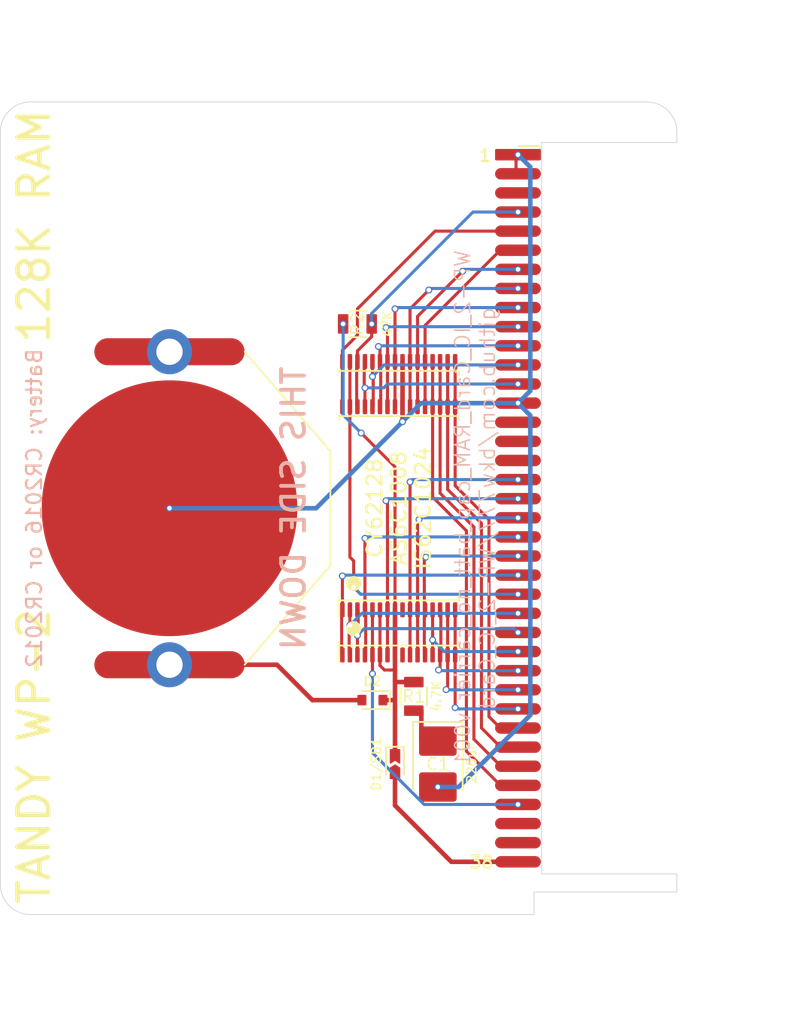
<source format=kicad_pcb>
(kicad_pcb (version 20171130) (host pcbnew 5.1.7-a382d34a8~87~ubuntu20.04.1)

  (general
    (thickness 0.8)
    (drawings 40)
    (tracks 239)
    (zones 0)
    (modules 11)
    (nets 36)
  )

  (page USLetter)
  (title_block
    (title "WP-2 128K RAM IC-Card")
    (date 2020-09-26)
    (company "Brian K. White - b.kenyon.w@gmail.com")
  )

  (layers
    (0 F.Cu signal)
    (31 B.Cu signal)
    (33 F.Adhes user)
    (35 F.Paste user)
    (36 B.SilkS user)
    (37 F.SilkS user)
    (38 B.Mask user)
    (39 F.Mask user)
    (40 Dwgs.User user)
    (41 Cmts.User user hide)
    (42 Eco1.User user hide)
    (43 Eco2.User user hide)
    (44 Edge.Cuts user)
    (45 Margin user hide)
    (46 B.CrtYd user hide)
    (47 F.CrtYd user hide)
    (49 F.Fab user hide)
  )

  (setup
    (last_trace_width 0.18)
    (user_trace_width 0.16)
    (user_trace_width 0.3)
    (trace_clearance 0.1524)
    (zone_clearance 0.508)
    (zone_45_only no)
    (trace_min 0.1524)
    (via_size 0.46)
    (via_drill 0.3)
    (via_min_size 0.46)
    (via_min_drill 0.3)
    (uvia_size 0.46)
    (uvia_drill 0.3)
    (uvias_allowed no)
    (uvia_min_size 0.46)
    (uvia_min_drill 0.3)
    (edge_width 0.05)
    (segment_width 0.2)
    (pcb_text_width 0.3)
    (pcb_text_size 1.5 1.5)
    (mod_edge_width 0.12)
    (mod_text_size 1 1)
    (mod_text_width 0.15)
    (pad_size 0.3 1)
    (pad_drill 0)
    (pad_to_mask_clearance 0)
    (solder_mask_min_width 0.22)
    (aux_axis_origin 0 0)
    (grid_origin 158.75 99.695)
    (visible_elements FFFFFF7F)
    (pcbplotparams
      (layerselection 0x010f0_ffffffff)
      (usegerberextensions false)
      (usegerberattributes true)
      (usegerberadvancedattributes true)
      (creategerberjobfile true)
      (excludeedgelayer true)
      (linewidth 0.100000)
      (plotframeref false)
      (viasonmask false)
      (mode 1)
      (useauxorigin false)
      (hpglpennumber 1)
      (hpglpenspeed 20)
      (hpglpendiameter 15.000000)
      (psnegative false)
      (psa4output false)
      (plotreference true)
      (plotvalue true)
      (plotinvisibletext false)
      (padsonsilk false)
      (subtractmaskfromsilk false)
      (outputformat 1)
      (mirror false)
      (drillshape 0)
      (scaleselection 1)
      (outputdirectory "GERBER_WP-2_IC_Card_RAM_cap_batt_no_carrier"))
  )

  (net 0 "")
  (net 1 GND)
  (net 2 /CE2)
  (net 3 /~CE1)
  (net 4 /~OE)
  (net 5 /D0)
  (net 6 /D1)
  (net 7 /D2)
  (net 8 /D3)
  (net 9 /D4)
  (net 10 /D5)
  (net 11 /D6)
  (net 12 /D7)
  (net 13 /A16)
  (net 14 /A15)
  (net 15 /A14)
  (net 16 /A13)
  (net 17 /A12)
  (net 18 /A11)
  (net 19 /A10)
  (net 20 /A9)
  (net 21 /A8)
  (net 22 /A7)
  (net 23 /A6)
  (net 24 /A5)
  (net 25 /A4)
  (net 26 /A3)
  (net 27 /A2)
  (net 28 /A1)
  (net 29 /A0)
  (net 30 /R~W)
  (net 31 /~DET)
  (net 32 "Net-(C1-Pad1)")
  (net 33 VBUS)
  (net 34 VMEM)
  (net 35 "Net-(BT1-Pad1)")

  (net_class Default "This is the default net class."
    (clearance 0.1524)
    (trace_width 0.18)
    (via_dia 0.46)
    (via_drill 0.3)
    (uvia_dia 0.46)
    (uvia_drill 0.3)
    (diff_pair_width 0.1524)
    (diff_pair_gap 0.2032)
    (add_net /A0)
    (add_net /A1)
    (add_net /A10)
    (add_net /A11)
    (add_net /A12)
    (add_net /A13)
    (add_net /A14)
    (add_net /A15)
    (add_net /A16)
    (add_net /A2)
    (add_net /A3)
    (add_net /A4)
    (add_net /A5)
    (add_net /A6)
    (add_net /A7)
    (add_net /A8)
    (add_net /A9)
    (add_net /CE2)
    (add_net /D0)
    (add_net /D1)
    (add_net /D2)
    (add_net /D3)
    (add_net /D4)
    (add_net /D5)
    (add_net /D6)
    (add_net /D7)
    (add_net /R~W)
    (add_net /~CE1)
    (add_net /~DET)
    (add_net /~OE)
    (add_net GND)
    (add_net "Net-(BT1-Pad1)")
    (add_net "Net-(C1-Pad1)")
    (add_net VBUS)
    (add_net VMEM)
  )

  (module 0_LOCAL:2016_battery_holder_tht (layer F.Cu) (tedit 5FAD999A) (tstamp 5F8DFEA8)
    (at 134 99.695 90)
    (descr https://www.tme.eu/it/Document/a823211ec201a9e209042d155fe22d2b/KEYS2996.pdf)
    (tags "BR2016 CR2016 DL2016 BR2020 CL2020 BR2025 CR2025 DL2025 DR2032 CR2032 DL2032")
    (path /5F8E356D)
    (fp_text reference BT1 (at -9.15 9.7 90 unlocked) (layer F.SilkS) hide
      (effects (font (size 1 1) (thickness 0.15)))
    )
    (fp_text value "Battery CR2016 3v" (at 0 -11 90) (layer F.Fab)
      (effects (font (size 1 1) (thickness 0.15)))
    )
    (fp_line (start 3.8 10.7) (end 10.4 5) (layer F.SilkS) (width 0.12))
    (fp_line (start -3.8 10.7) (end 3.8 10.7) (layer F.SilkS) (width 0.12))
    (fp_line (start -10.4 5) (end -3.8 10.7) (layer F.SilkS) (width 0.12))
    (fp_line (start -12.2 -4.4) (end -12.2 4.4) (layer F.Fab) (width 0.1))
    (fp_line (start -12.2 4.4) (end -10.55 4.4) (layer F.Fab) (width 0.1))
    (fp_line (start -12.2 -4.4) (end -10.55 -4.4) (layer F.Fab) (width 0.1))
    (fp_line (start -10.55 4.4) (end -10.55 5.85) (layer F.Fab) (width 0.1))
    (fp_line (start 10.55 4.4) (end 10.55 5.9) (layer F.Fab) (width 0.1))
    (fp_line (start -3.8 10.6) (end 3.8 10.6) (layer F.Fab) (width 0.1))
    (fp_line (start 10.55 4.4) (end 12.2 4.4) (layer F.Fab) (width 0.1))
    (fp_line (start 12.2 4.4) (end 12.2 -4.4) (layer F.Fab) (width 0.1))
    (fp_line (start 12.2 -4.4) (end 10.55 -4.4) (layer F.Fab) (width 0.1))
    (fp_line (start 10.55 -4.4) (end 10.55 -9.3) (layer F.Fab) (width 0.1))
    (fp_line (start 10.55 -9.3) (end -10.55 -9.3) (layer F.Fab) (width 0.1))
    (fp_line (start -10.55 -4.4) (end -10.55 -9.3) (layer F.Fab) (width 0.1))
    (fp_line (start -10.55 5.85) (end -3.8 10.6) (layer F.Fab) (width 0.1))
    (fp_line (start 10.55 5.9) (end 3.8 10.6) (layer F.Fab) (width 0.1))
    (fp_circle (center 0 0) (end 10 0) (layer Dwgs.User) (width 0.2))
    (fp_line (start -12.5 -4.5) (end -11 -4.5) (layer F.CrtYd) (width 0.05))
    (fp_line (start -11 -4.5) (end -11 -9.8) (layer F.CrtYd) (width 0.05))
    (fp_line (start -11 -9.8) (end -3.9 -9.8) (layer F.CrtYd) (width 0.05))
    (fp_line (start 11 -9.8) (end 3.9 -9.8) (layer F.CrtYd) (width 0.05))
    (fp_line (start 11 -9.8) (end 11 -4.5) (layer F.CrtYd) (width 0.05))
    (fp_line (start 11 -4.5) (end 12.5 -4.5) (layer F.CrtYd) (width 0.05))
    (fp_line (start 12.5 -4.5) (end 12.5 4.5) (layer F.CrtYd) (width 0.05))
    (fp_line (start 12.5 4.5) (end 11 4.5) (layer F.CrtYd) (width 0.05))
    (fp_line (start 11 4.5) (end 11 6.35) (layer F.CrtYd) (width 0.05))
    (fp_line (start 11 6.35) (end 4.25 11.1) (layer F.CrtYd) (width 0.05))
    (fp_line (start 4.25 11.1) (end -4.25 11.1) (layer F.CrtYd) (width 0.05))
    (fp_line (start -4.25 11.1) (end -11 6.35) (layer F.CrtYd) (width 0.05))
    (fp_line (start -11 6.35) (end -11 4.5) (layer F.CrtYd) (width 0.05))
    (fp_line (start -11 4.5) (end -12.5 4.5) (layer F.CrtYd) (width 0.05))
    (fp_line (start -12.5 4.5) (end -12.5 -4.5) (layer F.CrtYd) (width 0.05))
    (fp_arc (start 0 0) (end -6.399999 7.799999) (angle -78.7) (layer F.Fab) (width 0.12))
    (fp_arc (start 0 0) (end 3.9 -9.8) (angle -43.40107348) (layer F.CrtYd) (width 0.05))
    (fp_text user %R (at -9.15 9.7 90) (layer F.Fab)
      (effects (font (size 1 1) (thickness 0.15)))
    )
    (pad 1 smd circle (at 10.4 0 90) (size 3 3) (layers B.Cu)
      (net 35 "Net-(BT1-Pad1)"))
    (pad 1 smd circle (at -10.4 0 90) (size 3 3) (layers B.Cu)
      (net 35 "Net-(BT1-Pad1)"))
    (pad 1 smd oval (at 10.4 0 90) (size 1.8 10) (layers F.Cu F.Paste F.Mask)
      (net 35 "Net-(BT1-Pad1)"))
    (pad 1 smd oval (at -10.4 0 90) (size 1.8 10) (layers F.Cu F.Paste F.Mask)
      (net 35 "Net-(BT1-Pad1)"))
    (pad 2 smd circle (at 0 0 90) (size 17 17) (layers F.Cu F.Mask)
      (net 1 GND) (solder_mask_margin 0.2))
    (pad 1 thru_hole circle (at -10.4 0 90) (size 1.8 1.8) (drill 1.75) (layers *.Cu *.Mask)
      (net 35 "Net-(BT1-Pad1)"))
    (pad 1 thru_hole circle (at 10.4 0 90) (size 1.8 1.8) (drill 1.75) (layers *.Cu *.Mask)
      (net 35 "Net-(BT1-Pad1)"))
    (model ${KIPRJMOD}/3d/keystone-PN3029_trimmed.STEP_x
      (offset (xyz 0 -11.2 1.6))
      (scale (xyz 1 1 1))
      (rotate (xyz -90 0 0))
    )
    (model ${KIPRJMOD}/3d/CR2016-50000LC.stp
      (offset (xyz 0 0 1.6))
      (scale (xyz 1 1 1))
      (rotate (xyz 90 0 0))
    )
    (model ${KIPRJMOD}/3d/keystone-PN3027_trimmed.STEP
      (offset (xyz 0 -10.07 1.9))
      (scale (xyz 1 1 1))
      (rotate (xyz -90 0 0))
    )
  )

  (module 0_LOCAL:D_SOD-523_bridgeable (layer F.Cu) (tedit 5F9BB3C2) (tstamp 5F8D87BF)
    (at 149 116.695 270)
    (descr "http://www.diodes.com/datasheets/ap02001.pdf p.144")
    (tags "Diode SOD523")
    (path /5F8DE330)
    (attr smd)
    (fp_text reference D1/SB1 (at 0 1.25 270) (layer F.SilkS)
      (effects (font (size 0.6 0.6) (thickness 0.1)))
    )
    (fp_text value 1SS389 (at 0 1.4 270) (layer F.Fab)
      (effects (font (size 1 1) (thickness 0.15)))
    )
    (fp_line (start -1.15 -0.6) (end -1.15 0.6) (layer F.SilkS) (width 0.12))
    (fp_line (start 1.25 -0.7) (end 1.25 0.7) (layer F.CrtYd) (width 0.05))
    (fp_line (start -1.25 -0.7) (end 1.25 -0.7) (layer F.CrtYd) (width 0.05))
    (fp_line (start -1.25 0.7) (end -1.25 -0.7) (layer F.CrtYd) (width 0.05))
    (fp_line (start 1.25 0.7) (end -1.25 0.7) (layer F.CrtYd) (width 0.05))
    (fp_line (start 0.1 0) (end 0.25 0) (layer F.Fab) (width 0.1))
    (fp_line (start 0.1 -0.2) (end -0.2 0) (layer F.Fab) (width 0.1))
    (fp_line (start 0.1 0.2) (end 0.1 -0.2) (layer F.Fab) (width 0.1))
    (fp_line (start -0.2 0) (end 0.1 0.2) (layer F.Fab) (width 0.1))
    (fp_line (start -0.2 0) (end -0.35 0) (layer F.Fab) (width 0.1))
    (fp_line (start -0.2 0.2) (end -0.2 -0.2) (layer F.Fab) (width 0.1))
    (fp_line (start 0.65 -0.45) (end 0.65 0.45) (layer F.Fab) (width 0.1))
    (fp_line (start -0.65 -0.45) (end 0.65 -0.45) (layer F.Fab) (width 0.1))
    (fp_line (start -0.65 0.45) (end -0.65 -0.45) (layer F.Fab) (width 0.1))
    (fp_line (start 0.65 0.45) (end -0.65 0.45) (layer F.Fab) (width 0.1))
    (fp_line (start 0.7 -0.6) (end -1.15 -0.6) (layer F.SilkS) (width 0.12))
    (fp_line (start 0.7 0.6) (end -1.15 0.6) (layer F.SilkS) (width 0.12))
    (fp_poly (pts (xy 0.25 0.35) (xy -0.25 0.35) (xy -0.25 -0.35) (xy 0.25 -0.35)) (layer F.Mask) (width 0.001))
    (fp_text user %R (at 0 -1.3 270) (layer F.Fab)
      (effects (font (size 1 1) (thickness 0.15)))
    )
    (pad 2 smd custom (at 0.7 0 270) (size 0.6 0.7) (layers F.Cu F.Paste F.Mask)
      (net 33 VBUS)
      (options (clearance outline) (anchor circle))
      (primitives
        (gr_poly (pts
           (xy 0.26 0.31) (xy -0.44 0.31) (xy -0.64 0) (xy -0.44 -0.31) (xy 0.26 -0.31)
) (width 0.08))
      ))
    (pad 1 smd custom (at -0.7 0 270) (size 0.6 0.7) (layers F.Cu F.Paste F.Mask)
      (net 34 VMEM)
      (options (clearance outline) (anchor circle))
      (primitives
        (gr_poly (pts
           (xy 0.44 0) (xy 0.64 0.31) (xy -0.26 0.31) (xy -0.26 -0.31) (xy 0.64 -0.31)
) (width 0.08))
      ))
    (model ${KIPRJMOD}/3d/D_SOD-523.step
      (at (xyz 0 0 0))
      (scale (xyz 1 1 1))
      (rotate (xyz 0 0 0))
    )
    (model ${KIPRJMOD}/3d/Solder_Bridge_0.7x2.0_rounded_rect.step_x
      (offset (xyz -1 -0.35 0))
      (scale (xyz 1 1 1))
      (rotate (xyz 0 0 0))
    )
  )

  (module 0_LOCAL:D_SOD-523 (layer F.Cu) (tedit 5F8B5202) (tstamp 5F8E26C3)
    (at 147.5 112.445 180)
    (descr "http://www.diodes.com/datasheets/ap02001.pdf p.144")
    (tags "Diode SOD523")
    (path /5F94E10B)
    (attr smd)
    (fp_text reference D2 (at 0 1.25) (layer F.SilkS)
      (effects (font (size 0.6 0.6) (thickness 0.1)))
    )
    (fp_text value 1SS389 (at 0 1.4) (layer F.Fab)
      (effects (font (size 1 1) (thickness 0.15)))
    )
    (fp_line (start 0.7 0.6) (end -1.15 0.6) (layer F.SilkS) (width 0.12))
    (fp_line (start 0.7 -0.6) (end -1.15 -0.6) (layer F.SilkS) (width 0.12))
    (fp_line (start 0.65 0.45) (end -0.65 0.45) (layer F.Fab) (width 0.1))
    (fp_line (start -0.65 0.45) (end -0.65 -0.45) (layer F.Fab) (width 0.1))
    (fp_line (start -0.65 -0.45) (end 0.65 -0.45) (layer F.Fab) (width 0.1))
    (fp_line (start 0.65 -0.45) (end 0.65 0.45) (layer F.Fab) (width 0.1))
    (fp_line (start -0.2 0.2) (end -0.2 -0.2) (layer F.Fab) (width 0.1))
    (fp_line (start -0.2 0) (end -0.35 0) (layer F.Fab) (width 0.1))
    (fp_line (start -0.2 0) (end 0.1 0.2) (layer F.Fab) (width 0.1))
    (fp_line (start 0.1 0.2) (end 0.1 -0.2) (layer F.Fab) (width 0.1))
    (fp_line (start 0.1 -0.2) (end -0.2 0) (layer F.Fab) (width 0.1))
    (fp_line (start 0.1 0) (end 0.25 0) (layer F.Fab) (width 0.1))
    (fp_line (start 1.25 0.7) (end -1.25 0.7) (layer F.CrtYd) (width 0.05))
    (fp_line (start -1.25 0.7) (end -1.25 -0.7) (layer F.CrtYd) (width 0.05))
    (fp_line (start -1.25 -0.7) (end 1.25 -0.7) (layer F.CrtYd) (width 0.05))
    (fp_line (start 1.25 -0.7) (end 1.25 0.7) (layer F.CrtYd) (width 0.05))
    (fp_line (start -1.15 -0.6) (end -1.15 0.6) (layer F.SilkS) (width 0.12))
    (fp_text user %R (at 0 -1.3) (layer F.Fab)
      (effects (font (size 1 1) (thickness 0.15)))
    )
    (pad 2 smd roundrect (at 0.7 0) (size 0.6 0.7) (layers F.Cu F.Paste F.Mask) (roundrect_rratio 0.1)
      (net 35 "Net-(BT1-Pad1)"))
    (pad 1 smd roundrect (at -0.7 0) (size 0.6 0.7) (layers F.Cu F.Paste F.Mask) (roundrect_rratio 0.1)
      (net 34 VMEM))
    (model ${KIPRJMOD}/3d/D_SOD-523.step
      (at (xyz 0 0 0))
      (scale (xyz 1 1 1))
      (rotate (xyz 0 0 0))
    )
  )

  (module 0_LOCAL:R_0805 (layer F.Cu) (tedit 5F8B5224) (tstamp 5F752AD5)
    (at 146.5 87.445)
    (descr "Resistor SMD 0805, reflow soldering, Vishay (see dcrcw.pdf)")
    (tags "resistor 0805")
    (path /5F9FA366)
    (attr smd)
    (fp_text reference R2 (at 0 0 90 unlocked) (layer F.SilkS)
      (effects (font (size 0.8 0.8) (thickness 0.1)))
    )
    (fp_text value 47K (at 2 0 90) (layer F.SilkS)
      (effects (font (size 0.6 0.6) (thickness 0.1)))
    )
    (fp_line (start -1 0.62) (end -1 -0.62) (layer F.Fab) (width 0.1))
    (fp_line (start 1 0.62) (end -1 0.62) (layer F.Fab) (width 0.1))
    (fp_line (start 1 -0.62) (end 1 0.62) (layer F.Fab) (width 0.1))
    (fp_line (start -1 -0.62) (end 1 -0.62) (layer F.Fab) (width 0.1))
    (fp_line (start 0.6 0.88) (end -0.6 0.88) (layer F.SilkS) (width 0.12))
    (fp_line (start -0.6 -0.88) (end 0.6 -0.88) (layer F.SilkS) (width 0.12))
    (fp_line (start -1.55 -0.9) (end 1.55 -0.9) (layer F.CrtYd) (width 0.05))
    (fp_line (start -1.55 -0.9) (end -1.55 0.9) (layer F.CrtYd) (width 0.05))
    (fp_line (start 1.55 0.9) (end 1.55 -0.9) (layer F.CrtYd) (width 0.05))
    (fp_line (start 1.55 0.9) (end -1.55 0.9) (layer F.CrtYd) (width 0.05))
    (fp_text user %R (at 0 0) (layer F.Fab)
      (effects (font (size 0.5 0.5) (thickness 0.075)))
    )
    (pad 1 smd roundrect (at -0.95 0) (size 0.7 1.3) (layers F.Cu F.Paste F.Mask) (roundrect_rratio 0.1)
      (net 34 VMEM))
    (pad 2 smd roundrect (at 0.95 0) (size 0.7 1.3) (layers F.Cu F.Paste F.Mask) (roundrect_rratio 0.1)
      (net 3 /~CE1))
    (model ${KIPRJMOD}/3d/R_0805_2012Metric.step
      (at (xyz 0 0 0))
      (scale (xyz 1 1 1))
      (rotate (xyz 0 0 0))
    )
  )

  (module 0_LOCAL:R_0805 (layer F.Cu) (tedit 5F8B5224) (tstamp 5F752ACC)
    (at 150.25 112.195 270)
    (descr "Resistor SMD 0805, reflow soldering, Vishay (see dcrcw.pdf)")
    (tags "resistor 0805")
    (path /5F805237)
    (attr smd)
    (fp_text reference R1 (at 0 0 unlocked) (layer F.SilkS)
      (effects (font (size 0.8 0.8) (thickness 0.1)))
    )
    (fp_text value 4.7K (at 0 -1.5 90) (layer F.SilkS)
      (effects (font (size 0.6 0.6) (thickness 0.1)))
    )
    (fp_line (start -1 0.62) (end -1 -0.62) (layer F.Fab) (width 0.1))
    (fp_line (start 1 0.62) (end -1 0.62) (layer F.Fab) (width 0.1))
    (fp_line (start 1 -0.62) (end 1 0.62) (layer F.Fab) (width 0.1))
    (fp_line (start -1 -0.62) (end 1 -0.62) (layer F.Fab) (width 0.1))
    (fp_line (start 0.6 0.88) (end -0.6 0.88) (layer F.SilkS) (width 0.12))
    (fp_line (start -0.6 -0.88) (end 0.6 -0.88) (layer F.SilkS) (width 0.12))
    (fp_line (start -1.55 -0.9) (end 1.55 -0.9) (layer F.CrtYd) (width 0.05))
    (fp_line (start -1.55 -0.9) (end -1.55 0.9) (layer F.CrtYd) (width 0.05))
    (fp_line (start 1.55 0.9) (end 1.55 -0.9) (layer F.CrtYd) (width 0.05))
    (fp_line (start 1.55 0.9) (end -1.55 0.9) (layer F.CrtYd) (width 0.05))
    (fp_text user %R (at 0 0 90) (layer F.Fab)
      (effects (font (size 0.5 0.5) (thickness 0.075)))
    )
    (pad 1 smd roundrect (at -0.95 0 270) (size 0.7 1.3) (layers F.Cu F.Paste F.Mask) (roundrect_rratio 0.1)
      (net 34 VMEM))
    (pad 2 smd roundrect (at 0.95 0 270) (size 0.7 1.3) (layers F.Cu F.Paste F.Mask) (roundrect_rratio 0.1)
      (net 32 "Net-(C1-Pad1)"))
    (model ${KIPRJMOD}/3d/R_0805_2012Metric.step
      (at (xyz 0 0 0))
      (scale (xyz 1 1 1))
      (rotate (xyz 0 0 0))
    )
  )

  (module 0_LOCAL:CP_Tantalum_Case-B_EIA-3528-21_Reflow (layer F.Cu) (tedit 5F8B6793) (tstamp 5F752A56)
    (at 151.85 116.695 270)
    (descr "Tantalum capacitor, Case B, EIA 3528-21, 3.5x2.8x1.9mm, Reflow soldering footprint")
    (tags "capacitor tantalum smd")
    (path /5F7F0020)
    (attr smd)
    (fp_text reference C1 (at 0 0 unlocked) (layer F.SilkS)
      (effects (font (size 0.8 0.8) (thickness 0.1)))
    )
    (fp_text value 220uf (at 0 -2.25 270) (layer F.SilkS)
      (effects (font (size 0.6 0.6) (thickness 0.1)))
    )
    (fp_line (start -2.85 -1.75) (end -2.85 1.75) (layer F.CrtYd) (width 0.05))
    (fp_line (start -2.85 1.75) (end 2.85 1.75) (layer F.CrtYd) (width 0.05))
    (fp_line (start 2.85 1.75) (end 2.85 -1.75) (layer F.CrtYd) (width 0.05))
    (fp_line (start 2.85 -1.75) (end -2.85 -1.75) (layer F.CrtYd) (width 0.05))
    (fp_line (start -1.75 -1.4) (end -1.75 1.4) (layer F.Fab) (width 0.1))
    (fp_line (start -1.75 1.4) (end 1.75 1.4) (layer F.Fab) (width 0.1))
    (fp_line (start 1.75 1.4) (end 1.75 -1.4) (layer F.Fab) (width 0.1))
    (fp_line (start 1.75 -1.4) (end -1.75 -1.4) (layer F.Fab) (width 0.1))
    (fp_line (start -1.4 -1.4) (end -1.4 1.4) (layer F.Fab) (width 0.1))
    (fp_line (start -1.225 -1.4) (end -1.225 1.4) (layer F.Fab) (width 0.1))
    (fp_line (start -2.8 -1.65) (end 1.75 -1.65) (layer F.SilkS) (width 0.12))
    (fp_line (start -2.8 1.65) (end 1.75 1.65) (layer F.SilkS) (width 0.12))
    (fp_line (start -2.8 -1.65) (end -2.8 1.65) (layer F.SilkS) (width 0.12))
    (fp_text user %R (at 0 0 270) (layer F.Fab)
      (effects (font (size 0.8 0.8) (thickness 0.12)))
    )
    (pad 1 smd roundrect (at -1.525 0 270) (size 1.95 2.5) (layers F.Cu F.Mask) (roundrect_rratio 0.1)
      (net 32 "Net-(C1-Pad1)"))
    (pad 2 smd roundrect (at 1.525 0 270) (size 1.95 2.5) (layers F.Cu F.Mask) (roundrect_rratio 0.1)
      (net 1 GND))
    (model ${KIPRJMOD}/3d/TLNT_AVX.step
      (at (xyz 0 0 0))
      (scale (xyz 1 1 1))
      (rotate (xyz 0 0 0))
    )
  )

  (module 0_LOCAL:TSOP32-14mm (layer F.Cu) (tedit 5F8D316E) (tstamp 5F712C60)
    (at 149.25 99.695)
    (descr "Module CMS TSOP 32 pins")
    (tags "CMS TSOP")
    (path /5F906116)
    (attr smd)
    (fp_text reference U2 (at 0 5.334 180) (layer F.SilkS) hide
      (effects (font (size 1 1) (thickness 0.15)))
    )
    (fp_text value "SRAM 128Kx8 5v Parallel" (at 1.27 0 90) (layer F.Fab)
      (effects (font (size 1 1) (thickness 0.15)))
    )
    (fp_circle (center -3 5) (end -2.75 5) (layer F.SilkS) (width 0.5))
    (fp_line (start -4 6.125) (end 4 6.125) (layer F.SilkS) (width 0.12))
    (fp_line (start 4 -6.125) (end -4 -6.125) (layer F.SilkS) (width 0.12))
    (fp_line (start -4 7.2) (end -4 5.875) (layer F.SilkS) (width 0.12))
    (fp_line (start 4 6.125) (end 4 5.875) (layer F.SilkS) (width 0.12))
    (fp_line (start -4 -6.125) (end -4 -5.875) (layer F.SilkS) (width 0.12))
    (fp_line (start 4 -6.125) (end 4 -5.875) (layer F.SilkS) (width 0.12))
    (pad 1 smd roundrect (at -3.75 6.75) (size 0.3 1) (layers F.Cu F.Paste F.Mask) (roundrect_rratio 0.25)
      (net 18 /A11))
    (pad 2 smd roundrect (at -3.25 6.75) (size 0.3 1) (layers F.Cu F.Paste F.Mask) (roundrect_rratio 0.25)
      (net 20 /A9))
    (pad 3 smd roundrect (at -2.75 6.75) (size 0.3 1) (layers F.Cu F.Paste F.Mask) (roundrect_rratio 0.25)
      (net 21 /A8))
    (pad 4 smd roundrect (at -2.25 6.75) (size 0.3 1) (layers F.Cu F.Paste F.Mask) (roundrect_rratio 0.25)
      (net 16 /A13))
    (pad 5 smd roundrect (at -1.75 6.75) (size 0.3 1) (layers F.Cu F.Paste F.Mask) (roundrect_rratio 0.25)
      (net 30 /R~W))
    (pad 6 smd roundrect (at -1.25 6.75) (size 0.3 1) (layers F.Cu F.Paste F.Mask) (roundrect_rratio 0.25)
      (net 2 /CE2))
    (pad 7 smd roundrect (at -0.75 6.75) (size 0.3 1) (layers F.Cu F.Paste F.Mask) (roundrect_rratio 0.25)
      (net 14 /A15))
    (pad 8 smd roundrect (at -0.25 6.75) (size 0.3 1) (layers F.Cu F.Paste F.Mask) (roundrect_rratio 0.25)
      (net 34 VMEM))
    (pad 9 smd roundrect (at 0.25 6.75) (size 0.3 1) (layers F.Cu F.Paste F.Mask) (roundrect_rratio 0.25))
    (pad 10 smd roundrect (at 0.75 6.75) (size 0.3 1) (layers F.Cu F.Paste F.Mask) (roundrect_rratio 0.25)
      (net 13 /A16))
    (pad 11 smd roundrect (at 1.25 6.75) (size 0.3 1) (layers F.Cu F.Paste F.Mask) (roundrect_rratio 0.25)
      (net 15 /A14))
    (pad 12 smd roundrect (at 1.75 6.75) (size 0.3 1) (layers F.Cu F.Paste F.Mask) (roundrect_rratio 0.25)
      (net 17 /A12))
    (pad 13 smd roundrect (at 2.25 6.75) (size 0.3 1) (layers F.Cu F.Paste F.Mask) (roundrect_rratio 0.25)
      (net 22 /A7))
    (pad 14 smd roundrect (at 2.75 6.75) (size 0.3 1) (layers F.Cu F.Paste F.Mask) (roundrect_rratio 0.25)
      (net 23 /A6))
    (pad 15 smd roundrect (at 3.25 6.75) (size 0.3 1) (layers F.Cu F.Paste F.Mask) (roundrect_rratio 0.25)
      (net 24 /A5))
    (pad 16 smd roundrect (at 3.75 6.75) (size 0.3 1) (layers F.Cu F.Paste F.Mask) (roundrect_rratio 0.25)
      (net 25 /A4))
    (pad 17 smd roundrect (at 3.75 -6.75) (size 0.3 1) (layers F.Cu F.Paste F.Mask) (roundrect_rratio 0.25)
      (net 26 /A3))
    (pad 18 smd roundrect (at 3.25 -6.75) (size 0.3 1) (layers F.Cu F.Paste F.Mask) (roundrect_rratio 0.25)
      (net 27 /A2))
    (pad 19 smd roundrect (at 2.75 -6.75) (size 0.3 1) (layers F.Cu F.Paste F.Mask) (roundrect_rratio 0.25)
      (net 28 /A1))
    (pad 20 smd roundrect (at 2.25 -6.75) (size 0.3 1) (layers F.Cu F.Paste F.Mask) (roundrect_rratio 0.25)
      (net 29 /A0))
    (pad 21 smd roundrect (at 1.75 -6.75) (size 0.3 1) (layers F.Cu F.Paste F.Mask) (roundrect_rratio 0.25)
      (net 5 /D0))
    (pad 22 smd roundrect (at 1.25 -6.75) (size 0.3 1) (layers F.Cu F.Paste F.Mask) (roundrect_rratio 0.25)
      (net 6 /D1))
    (pad 23 smd roundrect (at 0.75 -6.75) (size 0.3 1) (layers F.Cu F.Paste F.Mask) (roundrect_rratio 0.25)
      (net 7 /D2))
    (pad 24 smd roundrect (at 0.25 -6.75) (size 0.3 1) (layers F.Cu F.Paste F.Mask) (roundrect_rratio 0.25)
      (net 1 GND))
    (pad 25 smd roundrect (at -0.25 -6.75) (size 0.3 1) (layers F.Cu F.Paste F.Mask) (roundrect_rratio 0.25)
      (net 8 /D3))
    (pad 26 smd roundrect (at -0.75 -6.75) (size 0.3 1) (layers F.Cu F.Paste F.Mask) (roundrect_rratio 0.25)
      (net 9 /D4))
    (pad 27 smd roundrect (at -1.25 -6.75) (size 0.3 1) (layers F.Cu F.Paste F.Mask) (roundrect_rratio 0.25)
      (net 10 /D5))
    (pad 28 smd roundrect (at -1.75 -6.75) (size 0.3 1) (layers F.Cu F.Paste F.Mask) (roundrect_rratio 0.25)
      (net 11 /D6))
    (pad 29 smd roundrect (at -2.25 -6.75) (size 0.3 1) (layers F.Cu F.Paste F.Mask) (roundrect_rratio 0.25)
      (net 12 /D7))
    (pad 30 smd roundrect (at -2.75 -6.75) (size 0.3 1) (layers F.Cu F.Paste F.Mask) (roundrect_rratio 0.25)
      (net 3 /~CE1))
    (pad 31 smd roundrect (at -3.25 -6.75) (size 0.3 1) (layers F.Cu F.Paste F.Mask) (roundrect_rratio 0.25)
      (net 19 /A10))
    (pad 32 smd roundrect (at -3.75 -6.75) (size 0.3 1) (layers F.Cu F.Paste F.Mask) (roundrect_rratio 0.25)
      (net 4 /~OE))
    (model ${KIPRJMOD}/3d/TSOP32_8x14.step
      (at (xyz 0 0 0))
      (scale (xyz 1 1 1))
      (rotate (xyz 0 0 -90))
    )
  )

  (module 0_LOCAL:TSOP32-20mm (layer F.Cu) (tedit 5F8D318C) (tstamp 5F755D97)
    (at 149.25 99.695)
    (descr "Module CMS TSOP 32 pins")
    (tags "CMS TSOP")
    (path /5F718069)
    (attr smd)
    (fp_text reference U1 (at 0.009 8.382 180) (layer F.SilkS) hide
      (effects (font (size 1 1) (thickness 0.15)))
    )
    (fp_text value "SRAM 128Kx8 5v Parallel" (at 0 5) (layer F.Fab)
      (effects (font (size 1 1) (thickness 0.15)))
    )
    (fp_circle (center -3 8) (end -2.75 8) (layer F.SilkS) (width 0.5))
    (fp_line (start -4 9.125) (end 4 9.125) (layer F.SilkS) (width 0.12))
    (fp_line (start 4 -9.125) (end -4 -9.125) (layer F.SilkS) (width 0.12))
    (fp_line (start -4 10.2) (end -4 8.875) (layer F.SilkS) (width 0.12))
    (fp_line (start 4 9.125) (end 4 8.875) (layer F.SilkS) (width 0.12))
    (fp_line (start -4 -9.125) (end -4 -8.875) (layer F.SilkS) (width 0.12))
    (fp_line (start 4 -9.125) (end 4 -8.875) (layer F.SilkS) (width 0.12))
    (fp_text user %R (at 0 0) (layer F.Fab)
      (effects (font (size 1 1) (thickness 0.15)))
    )
    (pad 1 smd roundrect (at -3.75 9.75) (size 0.3 1) (layers F.Cu F.Paste F.Mask) (roundrect_rratio 0.25)
      (net 18 /A11))
    (pad 2 smd roundrect (at -3.25 9.75) (size 0.3 1) (layers F.Cu F.Paste F.Mask) (roundrect_rratio 0.25)
      (net 20 /A9))
    (pad 3 smd roundrect (at -2.75 9.75) (size 0.3 1) (layers F.Cu F.Paste F.Mask) (roundrect_rratio 0.25)
      (net 21 /A8))
    (pad 4 smd roundrect (at -2.25 9.75) (size 0.3 1) (layers F.Cu F.Paste F.Mask) (roundrect_rratio 0.25)
      (net 16 /A13))
    (pad 5 smd roundrect (at -1.75 9.75) (size 0.3 1) (layers F.Cu F.Paste F.Mask) (roundrect_rratio 0.25)
      (net 30 /R~W))
    (pad 6 smd roundrect (at -1.25 9.75) (size 0.3 1) (layers F.Cu F.Paste F.Mask) (roundrect_rratio 0.25)
      (net 2 /CE2))
    (pad 7 smd roundrect (at -0.75 9.75) (size 0.3 1) (layers F.Cu F.Paste F.Mask) (roundrect_rratio 0.25)
      (net 14 /A15))
    (pad 8 smd roundrect (at -0.25 9.75) (size 0.3 1) (layers F.Cu F.Paste F.Mask) (roundrect_rratio 0.25)
      (net 34 VMEM))
    (pad 9 smd roundrect (at 0.25 9.75) (size 0.3 1) (layers F.Cu F.Paste F.Mask) (roundrect_rratio 0.25))
    (pad 10 smd roundrect (at 0.75 9.75) (size 0.3 1) (layers F.Cu F.Paste F.Mask) (roundrect_rratio 0.25)
      (net 13 /A16))
    (pad 11 smd roundrect (at 1.25 9.75) (size 0.3 1) (layers F.Cu F.Paste F.Mask) (roundrect_rratio 0.25)
      (net 15 /A14))
    (pad 12 smd roundrect (at 1.75 9.75) (size 0.3 1) (layers F.Cu F.Paste F.Mask) (roundrect_rratio 0.25)
      (net 17 /A12))
    (pad 13 smd roundrect (at 2.25 9.75) (size 0.3 1) (layers F.Cu F.Paste F.Mask) (roundrect_rratio 0.25)
      (net 22 /A7))
    (pad 14 smd roundrect (at 2.75 9.75) (size 0.3 1) (layers F.Cu F.Paste F.Mask) (roundrect_rratio 0.25)
      (net 23 /A6))
    (pad 15 smd roundrect (at 3.25 9.75) (size 0.3 1) (layers F.Cu F.Paste F.Mask) (roundrect_rratio 0.25)
      (net 24 /A5))
    (pad 16 smd roundrect (at 3.75 9.75) (size 0.3 1) (layers F.Cu F.Paste F.Mask) (roundrect_rratio 0.25)
      (net 25 /A4))
    (pad 17 smd roundrect (at 3.75 -9.75) (size 0.3 1) (layers F.Cu F.Paste F.Mask) (roundrect_rratio 0.25)
      (net 26 /A3))
    (pad 18 smd roundrect (at 3.25 -9.75) (size 0.3 1) (layers F.Cu F.Paste F.Mask) (roundrect_rratio 0.25)
      (net 27 /A2))
    (pad 19 smd roundrect (at 2.75 -9.75) (size 0.3 1) (layers F.Cu F.Paste F.Mask) (roundrect_rratio 0.25)
      (net 28 /A1))
    (pad 20 smd roundrect (at 2.25 -9.75) (size 0.3 1) (layers F.Cu F.Paste F.Mask) (roundrect_rratio 0.25)
      (net 29 /A0))
    (pad 21 smd roundrect (at 1.75 -9.75) (size 0.3 1) (layers F.Cu F.Paste F.Mask) (roundrect_rratio 0.25)
      (net 5 /D0))
    (pad 22 smd roundrect (at 1.25 -9.75) (size 0.3 1) (layers F.Cu F.Paste F.Mask) (roundrect_rratio 0.25)
      (net 6 /D1))
    (pad 23 smd roundrect (at 0.75 -9.75) (size 0.3 1) (layers F.Cu F.Paste F.Mask) (roundrect_rratio 0.25)
      (net 7 /D2))
    (pad 24 smd roundrect (at 0.25 -9.75) (size 0.3 1) (layers F.Cu F.Paste F.Mask) (roundrect_rratio 0.25)
      (net 1 GND))
    (pad 25 smd roundrect (at -0.25 -9.75) (size 0.3 1) (layers F.Cu F.Paste F.Mask) (roundrect_rratio 0.25)
      (net 8 /D3))
    (pad 26 smd roundrect (at -0.75 -9.75) (size 0.3 1) (layers F.Cu F.Paste F.Mask) (roundrect_rratio 0.25)
      (net 9 /D4))
    (pad 27 smd roundrect (at -1.25 -9.75) (size 0.3 1) (layers F.Cu F.Paste F.Mask) (roundrect_rratio 0.25)
      (net 10 /D5))
    (pad 28 smd roundrect (at -1.75 -9.75) (size 0.3 1) (layers F.Cu F.Paste F.Mask) (roundrect_rratio 0.25)
      (net 11 /D6))
    (pad 29 smd roundrect (at -2.25 -9.75) (size 0.3 1) (layers F.Cu F.Paste F.Mask) (roundrect_rratio 0.25)
      (net 12 /D7))
    (pad 30 smd roundrect (at -2.75 -9.75) (size 0.3 1) (layers F.Cu F.Paste F.Mask) (roundrect_rratio 0.25)
      (net 3 /~CE1))
    (pad 31 smd roundrect (at -3.25 -9.75) (size 0.3 1) (layers F.Cu F.Paste F.Mask) (roundrect_rratio 0.25)
      (net 19 /A10))
    (pad 32 smd roundrect (at -3.75 -9.75) (size 0.3 1) (layers F.Cu F.Paste F.Mask) (roundrect_rratio 0.25)
      (net 4 /~OE))
    (model ${KIPRJMOD}/3d/TSOP32_8X20.step_x
      (at (xyz 0 0 0))
      (scale (xyz 1 1 1))
      (rotate (xyz 0 0 -90))
    )
  )

  (module 0_LOCAL:Net_Tie_2p_8mil (layer F.Cu) (tedit 5F70D483) (tstamp 5F8D961B)
    (at 148.5 110.445)
    (path /5F97C11A)
    (fp_text reference NT2 (at 0 1.016) (layer F.SilkS) hide
      (effects (font (size 0.508 0.508) (thickness 0.1016)))
    )
    (fp_text value Net-Tie_2 (at 0 -2) (layer F.Fab)
      (effects (font (size 1 1) (thickness 0.01)))
    )
    (fp_line (start -0.2032 0) (end 0.2032 0) (layer F.Cu) (width 0.2032))
    (pad 2 smd circle (at 0.2032 0) (size 0.2032 0.2032) (layers F.Cu)
      (net 34 VMEM))
    (pad 1 smd circle (at -0.2032 0) (size 0.2032 0.2032) (layers F.Cu)
      (net 2 /CE2))
  )

  (module 0_LOCAL:SMS-138-01-x-x_edge (layer F.Cu) (tedit 5F7AC44E) (tstamp 5F74043C)
    (at 158.75 99.695)
    (descr "Through hole straight socket strip, 1x38, 1.27mm pitch, single row")
    (tags "Through hole socket strip THT 1x38 1.27mm single row")
    (path /5F6EF0A3)
    (attr smd)
    (fp_text reference J1 (at -2.286 -24.892) (layer F.SilkS) hide
      (effects (font (size 1 1) (thickness 0.15)))
    )
    (fp_text value Conn_01x38_Female (at -4.491 -0.381 -90) (layer F.Fab)
      (effects (font (size 1 1) (thickness 0.15)))
    )
    (fp_line (start -0.127 -24.0665) (end -1.524 -24.0665) (layer F.SilkS) (width 0.12))
    (fp_line (start -0.127 -24.0665) (end -0.127 -23.9395) (layer F.SilkS) (width 0.12))
    (fp_text user %R (at -2.286 -24.892) (layer F.Fab)
      (effects (font (size 1 1) (thickness 0.15)))
    )
    (pad 1 smd roundrect (at -1.57 -23.495) (size 3.048 0.762) (layers F.Cu F.Paste F.Mask) (roundrect_rratio 0.1)
      (net 1 GND))
    (pad 2 smd oval (at -1.57 -22.225) (size 3.048 0.762) (layers F.Cu F.Paste F.Mask)
      (net 31 /~DET))
    (pad 3 smd oval (at -1.57 -20.955) (size 3.048 0.762) (layers F.Cu F.Paste F.Mask))
    (pad 4 smd oval (at -1.57 -19.685) (size 3.048 0.762) (layers F.Cu F.Paste F.Mask)
      (net 3 /~CE1))
    (pad 5 smd oval (at -1.57 -18.415) (size 3.048 0.762) (layers F.Cu F.Paste F.Mask)
      (net 4 /~OE))
    (pad 6 smd oval (at -1.57 -17.145) (size 3.048 0.762) (layers F.Cu F.Paste F.Mask)
      (net 5 /D0))
    (pad 7 smd oval (at -1.57 -15.875) (size 3.048 0.762) (layers F.Cu F.Paste F.Mask)
      (net 6 /D1))
    (pad 8 smd oval (at -1.57 -14.605) (size 3.048 0.762) (layers F.Cu F.Paste F.Mask)
      (net 7 /D2))
    (pad 9 smd oval (at -1.57 -13.335) (size 3.048 0.762) (layers F.Cu F.Paste F.Mask)
      (net 8 /D3))
    (pad 10 smd oval (at -1.57 -12.065) (size 3.048 0.762) (layers F.Cu F.Paste F.Mask)
      (net 9 /D4))
    (pad 11 smd oval (at -1.57 -10.795) (size 3.048 0.762) (layers F.Cu F.Paste F.Mask)
      (net 10 /D5))
    (pad 12 smd oval (at -1.57 -9.525) (size 3.048 0.762) (layers F.Cu F.Paste F.Mask)
      (net 11 /D6))
    (pad 13 smd oval (at -1.57 -8.255) (size 3.048 0.762) (layers F.Cu F.Paste F.Mask)
      (net 12 /D7))
    (pad 14 smd oval (at -1.57 -6.985) (size 3.048 0.762) (layers F.Cu F.Paste F.Mask)
      (net 1 GND))
    (pad 15 smd oval (at -1.57 -5.715) (size 3.048 0.762) (layers F.Cu F.Paste F.Mask))
    (pad 16 smd oval (at -1.57 -4.445) (size 3.048 0.762) (layers F.Cu F.Paste F.Mask))
    (pad 17 smd oval (at -1.57 -3.175) (size 3.048 0.762) (layers F.Cu F.Paste F.Mask))
    (pad 18 smd oval (at -1.57 -1.905) (size 3.048 0.762) (layers F.Cu F.Paste F.Mask)
      (net 13 /A16))
    (pad 19 smd oval (at -1.57 -0.635) (size 3.048 0.762) (layers F.Cu F.Paste F.Mask)
      (net 14 /A15))
    (pad 20 smd oval (at -1.57 0.635) (size 3.048 0.762) (layers F.Cu F.Paste F.Mask)
      (net 15 /A14))
    (pad 21 smd oval (at -1.57 1.905) (size 3.048 0.762) (layers F.Cu F.Paste F.Mask)
      (net 16 /A13))
    (pad 22 smd oval (at -1.57 3.175) (size 3.048 0.762) (layers F.Cu F.Paste F.Mask)
      (net 17 /A12))
    (pad 23 smd oval (at -1.57 4.445) (size 3.048 0.762) (layers F.Cu F.Paste F.Mask)
      (net 18 /A11))
    (pad 24 smd oval (at -1.57 5.715) (size 3.048 0.762) (layers F.Cu F.Paste F.Mask)
      (net 19 /A10))
    (pad 25 smd oval (at -1.57 6.985) (size 3.048 0.762) (layers F.Cu F.Paste F.Mask)
      (net 20 /A9))
    (pad 26 smd oval (at -1.57 8.255) (size 3.048 0.762) (layers F.Cu F.Paste F.Mask)
      (net 21 /A8))
    (pad 27 smd oval (at -1.57 9.525) (size 3.048 0.762) (layers F.Cu F.Paste F.Mask)
      (net 22 /A7))
    (pad 28 smd oval (at -1.57 10.795) (size 3.048 0.762) (layers F.Cu F.Paste F.Mask)
      (net 23 /A6))
    (pad 29 smd oval (at -1.57 12.065) (size 3.048 0.762) (layers F.Cu F.Paste F.Mask)
      (net 24 /A5))
    (pad 30 smd oval (at -1.57 13.335) (size 3.048 0.762) (layers F.Cu F.Paste F.Mask)
      (net 25 /A4))
    (pad 31 smd oval (at -1.57 14.605) (size 3.048 0.762) (layers F.Cu F.Paste F.Mask)
      (net 26 /A3))
    (pad 32 smd oval (at -1.57 15.875) (size 3.048 0.762) (layers F.Cu F.Paste F.Mask)
      (net 27 /A2))
    (pad 33 smd oval (at -1.57 17.145) (size 3.048 0.762) (layers F.Cu F.Paste F.Mask)
      (net 28 /A1))
    (pad 34 smd oval (at -1.57 18.415) (size 3.048 0.762) (layers F.Cu F.Paste F.Mask)
      (net 29 /A0))
    (pad 35 smd oval (at -1.57 19.685) (size 3.048 0.762) (layers F.Cu F.Paste F.Mask)
      (net 30 /R~W))
    (pad 36 smd oval (at -1.57 20.955) (size 3.048 0.762) (layers F.Cu F.Paste F.Mask))
    (pad 37 smd oval (at -1.57 22.225) (size 3.048 0.762) (layers F.Cu F.Paste F.Mask))
    (pad 38 smd oval (at -1.57 23.495) (size 3.048 0.762) (layers F.Cu F.Paste F.Mask)
      (net 33 VBUS))
    (model ${KIPRJMOD}/3d/SMS-138-01-x-x.step
      (offset (xyz 0 0 0.204))
      (scale (xyz 1 1 1))
      (rotate (xyz 0 0 90))
    )
  )

  (module 0_LOCAL:Net_Tie_2p_8mil (layer F.Cu) (tedit 5F70D483) (tstamp 5F712C2A)
    (at 157.05 76.835 270)
    (path /5F8923B3)
    (fp_text reference NT1 (at 0 1.016 90) (layer F.SilkS) hide
      (effects (font (size 0.508 0.508) (thickness 0.1016)))
    )
    (fp_text value Net-Tie_2 (at 0 -2 90) (layer F.Fab) hide
      (effects (font (size 1 1) (thickness 0.01)))
    )
    (fp_line (start -0.2032 0) (end 0.2032 0) (layer F.Cu) (width 0.2032))
    (pad 2 smd circle (at 0.2032 0 270) (size 0.2032 0.2032) (layers F.Cu)
      (net 31 /~DET))
    (pad 1 smd circle (at -0.2032 0 270) (size 0.2032 0.2032) (layers F.Cu)
      (net 1 GND))
  )

  (gr_text "Battery: CR2016 or CR2012" (at 125 99.695 90) (layer B.SilkS)
    (effects (font (size 1 1) (thickness 0.15)) (justify mirror))
  )
  (gr_text "128K RAM" (at 125 80.945 90) (layer F.SilkS) (tstamp 5F8E08EF)
    (effects (font (size 2.032 2.032) (thickness 0.3048)))
  )
  (gr_text "TANDY WP-2" (at 125 116.195 90) (layer F.SilkS) (tstamp 5F8E07FF)
    (effects (font (size 2.032 2.032) (thickness 0.3048)))
  )
  (gr_text "CY62128\nAS6C1008\nIS62C1024" (at 149.25 99.695 90) (layer F.SilkS)
    (effects (font (size 1 1) (thickness 0.15)))
  )
  (gr_text WP-2 (at 137 99.695 90) (layer Dwgs.User) (tstamp 5F76323E)
    (effects (font (size 1 1) (thickness 0.15)))
  )
  (gr_text WP-2 (at 137 129.695 90) (layer Dwgs.User) (tstamp 5F763237)
    (effects (font (size 1 1) (thickness 0.15)))
  )
  (gr_text "WP-2_IC_Card_RAM_cap_batt_no_carrier v001" (at 153.5 99.695 90) (layer B.SilkS)
    (effects (font (size 1 1) (thickness 0.1)) (justify mirror))
  )
  (gr_line (start 158.55 125.395) (end 167.75 125.395) (layer Dwgs.User) (width 0.05))
  (gr_line (start 158.55 126.795) (end 158.55 125.395) (layer Dwgs.User) (width 0.05))
  (gr_line (start 158.55 126.795) (end 136.25 126.795) (layer Dwgs.User) (width 0.05))
  (gr_line (start 167.75 72.595) (end 167.75 125.395) (layer Dwgs.User) (width 0.05))
  (gr_line (start 136.25 72.595) (end 167.75 72.595) (layer Dwgs.User) (width 0.05))
  (gr_line (start 167.75 74.695) (end 167.75 75.395) (layer Edge.Cuts) (width 0.05) (tstamp 5F74BD75))
  (gr_line (start 167.75 125.195) (end 167.75 123.995) (layer Edge.Cuts) (width 0.05) (tstamp 5F742389))
  (gr_line (start 158.25 125.195) (end 167.75 125.195) (layer Edge.Cuts) (width 0.05) (tstamp 5F8D8488))
  (gr_line (start 158.25 126.695) (end 158.25 125.195) (layer Edge.Cuts) (width 0.05))
  (gr_line (start 167.75 123.995) (end 158.75 123.995) (layer Edge.Cuts) (width 0.05) (tstamp 5F742207))
  (gr_line (start 167.75 75.395) (end 158.75 75.395) (layer Edge.Cuts) (width 0.05) (tstamp 5F742124))
  (gr_arc (start 124.75 124.695) (end 122.75 124.695) (angle -90) (layer Edge.Cuts) (width 0.05))
  (gr_arc (start 124.75 74.695) (end 124.75 72.695) (angle -90) (layer Edge.Cuts) (width 0.05))
  (gr_arc (start 165.75 74.695) (end 167.75 74.695) (angle -90) (layer Edge.Cuts) (width 0.05))
  (gr_line (start 158.75 75.565) (end 158.75 123.825) (layer Dwgs.User) (width 0.15) (tstamp 5F73AAD6))
  (gr_line (start 167.25 75.565) (end 158.75 75.565) (layer Dwgs.User) (width 0.15))
  (gr_line (start 158.75 123.995) (end 158.75 75.395) (layer Edge.Cuts) (width 0.05) (tstamp 5F73AA2C))
  (gr_text "THIS SIDE DOWN" (at 142.25 99.695 -270) (layer B.SilkS) (tstamp 5F712A06)
    (effects (font (size 1.524 1.524) (thickness 0.254)) (justify mirror))
  )
  (gr_line (start 168.5732 76.2) (end 168.8272 75.946) (layer Dwgs.User) (width 0.15) (tstamp 5F7131A0))
  (gr_line (start 168.5732 76.2) (end 168.8272 76.454) (layer Dwgs.User) (width 0.15) (tstamp 5F71319F))
  (gr_line (start 168.5732 76.2) (end 170.5036 76.2) (layer Dwgs.User) (width 0.15) (tstamp 5F71319E))
  (gr_line (start 167.25 123.825) (end 167.25 75.565) (layer Dwgs.User) (width 0.15))
  (gr_line (start 158.75 123.825) (end 167.25 123.825) (layer Dwgs.User) (width 0.15) (tstamp 5F74BD0E))
  (gr_text "Pins 6.0mm" (at 173.75 76.2) (layer Dwgs.User)
    (effects (font (size 0.6 0.6) (thickness 0.06)))
  )
  (gr_line (start 167.75 76.195) (end 162.05 76.195) (layer Dwgs.User) (width 0.4))
  (gr_text WP-2 (at 137 69.445 90) (layer Dwgs.User)
    (effects (font (size 1 1) (thickness 0.15)))
  )
  (gr_line (start 136.25 65.945) (end 136.25 133.945) (layer Dwgs.User) (width 0.05))
  (gr_text 38 (at 154.75 123.2154) (layer F.SilkS) (tstamp 5F712A00)
    (effects (font (size 0.8128 0.8128) (thickness 0.1524)))
  )
  (gr_text 1 (at 154.9948 76.2508) (layer F.SilkS) (tstamp 5F7129FD)
    (effects (font (size 0.8128 0.8128) (thickness 0.1524)))
  )
  (gr_text github.com/bkw777/WP-2_IC_Card (at 155.145 99.695 -270) (layer B.SilkS) (tstamp 5F7129FA)
    (effects (font (size 1 1) (thickness 0.1)) (justify mirror))
  )
  (gr_line (start 124.75 126.695) (end 158.25 126.695) (layer Edge.Cuts) (width 0.05) (tstamp 5F6F08D5))
  (gr_line (start 122.75 74.695) (end 122.75 124.695) (layer Edge.Cuts) (width 0.05) (tstamp 5F713C75))
  (gr_line (start 165.75 72.695) (end 124.75 72.695) (layer Edge.Cuts) (width 0.05) (tstamp 5F8D847A))

  (via (at 149.5 93.945) (size 0.46) (drill 0.3) (layers F.Cu B.Cu) (net 1))
  (segment (start 157.05 76.33) (end 157.18 76.2) (width 0.2032) (layer F.Cu) (net 1))
  (segment (start 157.05 76.6318) (end 157.05 76.33) (width 0.2032) (layer F.Cu) (net 1))
  (via (at 157.18 92.71) (size 0.46) (drill 0.3) (layers F.Cu B.Cu) (net 1))
  (via (at 157.18 76.2) (size 0.46) (drill 0.3) (layers F.Cu B.Cu) (net 1))
  (segment (start 158 91.89) (end 157.18 92.71) (width 0.3048) (layer B.Cu) (net 1))
  (segment (start 158 77.02) (end 158 91.89) (width 0.3048) (layer B.Cu) (net 1))
  (segment (start 157.18 76.2) (end 158 77.02) (width 0.3048) (layer B.Cu) (net 1))
  (via (at 134 99.695) (size 0.46) (drill 0.3) (layers F.Cu B.Cu) (net 1))
  (segment (start 149.5 89.945) (end 149.5 92.945) (width 0.3048) (layer F.Cu) (net 1))
  (segment (start 149.5 92.945) (end 149.5 93.945) (width 0.3048) (layer F.Cu) (net 1))
  (segment (start 143.75 99.695) (end 149.5 93.945) (width 0.3048) (layer B.Cu) (net 1))
  (segment (start 134 99.695) (end 143.75 99.695) (width 0.3048) (layer B.Cu) (net 1))
  (segment (start 150.735 92.71) (end 157.18 92.71) (width 0.3048) (layer B.Cu) (net 1))
  (segment (start 149.5 93.945) (end 150.735 92.71) (width 0.3048) (layer B.Cu) (net 1))
  (segment (start 158 93.53) (end 157.18 92.71) (width 0.3048) (layer B.Cu) (net 1))
  (segment (start 158 113.445) (end 158 93.53) (width 0.3048) (layer B.Cu) (net 1))
  (segment (start 153.225 118.22) (end 158 113.445) (width 0.3048) (layer B.Cu) (net 1))
  (segment (start 151.85 118.22) (end 153.225 118.22) (width 0.3048) (layer B.Cu) (net 1))
  (via (at 151.85 118.22) (size 0.46) (drill 0.3) (layers F.Cu B.Cu) (net 1))
  (segment (start 148 110.1482) (end 148.2968 110.445) (width 0.2032) (layer F.Cu) (net 2))
  (segment (start 148 109.445) (end 148 110.1482) (width 0.2032) (layer F.Cu) (net 2))
  (segment (start 148 109.445) (end 148 106.445) (width 0.2032) (layer F.Cu) (net 2))
  (segment (start 157.18 80.01) (end 157.18 80.01) (width 0.2032) (layer F.Cu) (net 3))
  (via (at 147.45 87.445) (size 0.46) (drill 0.3) (layers F.Cu B.Cu) (net 3))
  (via (at 157.18 80.01) (size 0.46) (drill 0.3) (layers F.Cu B.Cu) (net 3))
  (segment (start 147.45 86.745) (end 147.45 87.445) (width 0.2032) (layer B.Cu) (net 3))
  (segment (start 154.185 80.01) (end 147.45 86.745) (width 0.2032) (layer B.Cu) (net 3))
  (segment (start 157.18 80.01) (end 154.185 80.01) (width 0.2032) (layer B.Cu) (net 3))
  (segment (start 146.45 89.995) (end 146.5 89.945) (width 0.2032) (layer F.Cu) (net 3))
  (segment (start 146.45 92.895) (end 146.45 89.995) (width 0.2032) (layer F.Cu) (net 3))
  (segment (start 146.5 92.945) (end 146.45 92.895) (width 0.2032) (layer F.Cu) (net 3))
  (segment (start 146.5 89.23875) (end 146.5 89.945) (width 0.2032) (layer F.Cu) (net 3))
  (segment (start 147.45 88.28875) (end 146.5 89.23875) (width 0.2032) (layer F.Cu) (net 3))
  (segment (start 147.45 87.445) (end 147.45 88.28875) (width 0.2032) (layer F.Cu) (net 3))
  (segment (start 145.5 89.195) (end 145.5 92.945) (width 0.2032) (layer F.Cu) (net 4))
  (segment (start 146.5 88.195) (end 145.5 89.195) (width 0.2032) (layer F.Cu) (net 4))
  (segment (start 146.5 86.445) (end 146.5 88.195) (width 0.2032) (layer F.Cu) (net 4))
  (segment (start 151.665 81.28) (end 146.5 86.445) (width 0.2032) (layer F.Cu) (net 4))
  (segment (start 157.18 81.28) (end 151.665 81.28) (width 0.2032) (layer F.Cu) (net 4))
  (segment (start 151 87.545) (end 151 92.945) (width 0.2032) (layer F.Cu) (net 5))
  (segment (start 155.995 82.55) (end 151 87.545) (width 0.2032) (layer F.Cu) (net 5))
  (segment (start 157.18 82.55) (end 155.995 82.55) (width 0.2032) (layer F.Cu) (net 5))
  (via (at 157.18 83.82) (size 0.46) (drill 0.3) (layers F.Cu B.Cu) (net 6))
  (segment (start 150.5 89.945) (end 150.5 92.945) (width 0.2032) (layer F.Cu) (net 6))
  (segment (start 153.625 83.82) (end 157.18 83.82) (width 0.2032) (layer B.Cu) (net 6))
  (segment (start 153.5 83.945) (end 153.625 83.82) (width 0.2032) (layer B.Cu) (net 6))
  (via (at 153.5 83.945) (size 0.46) (drill 0.3) (layers F.Cu B.Cu) (net 6))
  (segment (start 150.5 86.945) (end 150.5 89.945) (width 0.2032) (layer F.Cu) (net 6))
  (segment (start 153.5 83.945) (end 150.5 86.945) (width 0.2032) (layer F.Cu) (net 6))
  (via (at 157.18 85.09) (size 0.46) (drill 0.3) (layers F.Cu B.Cu) (net 7))
  (segment (start 150 89.945) (end 150 92.945) (width 0.2032) (layer F.Cu) (net 7))
  (segment (start 150 86.445) (end 150 89.945) (width 0.2032) (layer F.Cu) (net 7))
  (segment (start 151.25 85.195) (end 150 86.445) (width 0.2032) (layer F.Cu) (net 7))
  (segment (start 151.355 85.09) (end 157.18 85.09) (width 0.2032) (layer B.Cu) (net 7))
  (segment (start 151.25 85.195) (end 151.355 85.09) (width 0.2032) (layer B.Cu) (net 7))
  (via (at 151.25 85.195) (size 0.46) (drill 0.3) (layers F.Cu B.Cu) (net 7))
  (via (at 157.18 86.36) (size 0.46) (drill 0.3) (layers F.Cu B.Cu) (net 8))
  (segment (start 149 86.445) (end 149 92.945) (width 0.2032) (layer F.Cu) (net 8))
  (segment (start 149.085 86.36) (end 157.18 86.36) (width 0.2032) (layer B.Cu) (net 8))
  (segment (start 149 86.445) (end 149.085 86.36) (width 0.2032) (layer B.Cu) (net 8))
  (via (at 149 86.445) (size 0.46) (drill 0.3) (layers F.Cu B.Cu) (net 8))
  (via (at 157.18 87.63) (size 0.46) (drill 0.3) (layers F.Cu B.Cu) (net 9))
  (segment (start 148.5 87.795) (end 148.5 92.945) (width 0.2032) (layer F.Cu) (net 9))
  (segment (start 148.4 87.695) (end 148.5 87.795) (width 0.2032) (layer F.Cu) (net 9))
  (segment (start 148.465 87.63) (end 157.18 87.63) (width 0.2032) (layer B.Cu) (net 9))
  (segment (start 148.4 87.695) (end 148.465 87.63) (width 0.2032) (layer B.Cu) (net 9))
  (via (at 148.4 87.695) (size 0.46) (drill 0.3) (layers F.Cu B.Cu) (net 9))
  (via (at 157.18 88.9) (size 0.46) (drill 0.3) (layers F.Cu B.Cu) (net 10))
  (segment (start 148.05 89.995) (end 148 89.945) (width 0.2032) (layer F.Cu) (net 10))
  (segment (start 148.05 92.895) (end 148.05 89.995) (width 0.2032) (layer F.Cu) (net 10))
  (segment (start 148 92.945) (end 148.05 92.895) (width 0.2032) (layer F.Cu) (net 10))
  (segment (start 148 89.045) (end 148 89.945) (width 0.2032) (layer F.Cu) (net 10))
  (segment (start 147.9 88.945) (end 148 89.045) (width 0.2032) (layer F.Cu) (net 10))
  (segment (start 147.945 88.9) (end 157.18 88.9) (width 0.2032) (layer B.Cu) (net 10))
  (segment (start 147.9 88.945) (end 147.945 88.9) (width 0.2032) (layer B.Cu) (net 10))
  (via (at 147.9 88.945) (size 0.46) (drill 0.3) (layers F.Cu B.Cu) (net 10))
  (via (at 157.18 90.17) (size 0.46) (drill 0.3) (layers F.Cu B.Cu) (net 11))
  (segment (start 147.5 90.945) (end 147.5 89.945) (width 0.2032) (layer F.Cu) (net 11))
  (segment (start 148.275 90.17) (end 157.18 90.17) (width 0.2032) (layer B.Cu) (net 11))
  (segment (start 147.5 90.945) (end 148.275 90.17) (width 0.2032) (layer B.Cu) (net 11))
  (via (at 147.5 90.945) (size 0.46) (drill 0.3) (layers F.Cu B.Cu) (net 11))
  (segment (start 147.55 92.895) (end 147.5 92.945) (width 0.2032) (layer F.Cu) (net 11))
  (segment (start 147.55 90.995) (end 147.55 92.895) (width 0.2032) (layer F.Cu) (net 11))
  (segment (start 147.5 90.945) (end 147.55 90.995) (width 0.2032) (layer F.Cu) (net 11))
  (via (at 157.18 91.44) (size 0.46) (drill 0.3) (layers F.Cu B.Cu) (net 12))
  (segment (start 147 91.695) (end 147 92.945) (width 0.2032) (layer F.Cu) (net 12))
  (segment (start 146.95 89.995) (end 147 89.945) (width 0.2032) (layer F.Cu) (net 12))
  (segment (start 146.95 91.645) (end 146.95 89.995) (width 0.2032) (layer F.Cu) (net 12))
  (segment (start 147 91.695) (end 146.95 91.645) (width 0.2032) (layer F.Cu) (net 12))
  (segment (start 148.505 91.44) (end 157.18 91.44) (width 0.2032) (layer B.Cu) (net 12))
  (segment (start 148.25 91.695) (end 148.505 91.44) (width 0.2032) (layer B.Cu) (net 12))
  (segment (start 147 91.695) (end 148.25 91.695) (width 0.2032) (layer B.Cu) (net 12))
  (via (at 147 91.695) (size 0.46) (drill 0.3) (layers F.Cu B.Cu) (net 12))
  (segment (start 157.23 97.79) (end 157.23 97.79) (width 0.254) (layer F.Cu) (net 13) (tstamp 5F712BA1))
  (via (at 157.18 97.79) (size 0.46) (drill 0.3) (layers F.Cu B.Cu) (net 13))
  (segment (start 150 97.945) (end 150 109.445) (width 0.2032) (layer F.Cu) (net 13))
  (segment (start 150.155 97.79) (end 157.18 97.79) (width 0.2032) (layer B.Cu) (net 13))
  (segment (start 150 97.945) (end 150.155 97.79) (width 0.2032) (layer B.Cu) (net 13))
  (via (at 150 97.945) (size 0.46) (drill 0.3) (layers F.Cu B.Cu) (net 13))
  (via (at 157.18 99.06) (size 0.46) (drill 0.3) (layers F.Cu B.Cu) (net 14))
  (segment (start 148.5 99.295) (end 148.5 109.445) (width 0.2032) (layer F.Cu) (net 14))
  (segment (start 148.4 99.195) (end 148.5 99.295) (width 0.2032) (layer F.Cu) (net 14))
  (segment (start 148.535 99.06) (end 157.18 99.06) (width 0.2032) (layer B.Cu) (net 14))
  (segment (start 148.4 99.195) (end 148.535 99.06) (width 0.2032) (layer B.Cu) (net 14))
  (via (at 148.4 99.195) (size 0.46) (drill 0.3) (layers F.Cu B.Cu) (net 14))
  (segment (start 157.23 100.33) (end 157.23 100.33) (width 0.254) (layer F.Cu) (net 15) (tstamp 5F712AC9))
  (via (at 157.18 100.33) (size 0.46) (drill 0.3) (layers F.Cu B.Cu) (net 15))
  (segment (start 150.5 100.545) (end 150.5 109.445) (width 0.2032) (layer F.Cu) (net 15))
  (segment (start 150.6 100.445) (end 150.5 100.545) (width 0.2032) (layer F.Cu) (net 15))
  (segment (start 150.715 100.33) (end 157.18 100.33) (width 0.2032) (layer B.Cu) (net 15))
  (segment (start 150.6 100.445) (end 150.715 100.33) (width 0.2032) (layer B.Cu) (net 15))
  (via (at 150.6 100.445) (size 0.46) (drill 0.3) (layers F.Cu B.Cu) (net 15))
  (via (at 157.18 101.6) (size 0.46) (drill 0.3) (layers F.Cu B.Cu) (net 16))
  (segment (start 147.095 101.6) (end 157.18 101.6) (width 0.2032) (layer B.Cu) (net 16))
  (segment (start 147 101.695) (end 147.095 101.6) (width 0.2032) (layer B.Cu) (net 16))
  (via (at 147 101.695) (size 0.46) (drill 0.3) (layers F.Cu B.Cu) (net 16))
  (segment (start 147.05 106.495) (end 147 106.445) (width 0.2032) (layer F.Cu) (net 16))
  (segment (start 147.05 109.395) (end 147.05 106.495) (width 0.2032) (layer F.Cu) (net 16))
  (segment (start 147 109.445) (end 147.05 109.395) (width 0.2032) (layer F.Cu) (net 16))
  (segment (start 147 101.695) (end 147 106.445) (width 0.2032) (layer F.Cu) (net 16))
  (via (at 157.18 102.87) (size 0.46) (drill 0.3) (layers F.Cu B.Cu) (net 17))
  (segment (start 150.95 109.395) (end 151 109.445) (width 0.2032) (layer F.Cu) (net 17))
  (segment (start 150.95 103.045) (end 150.95 109.395) (width 0.2032) (layer F.Cu) (net 17))
  (segment (start 151.05 102.945) (end 150.95 103.045) (width 0.2032) (layer F.Cu) (net 17))
  (segment (start 151.125 102.87) (end 157.18 102.87) (width 0.2032) (layer B.Cu) (net 17))
  (segment (start 151.05 102.945) (end 151.125 102.87) (width 0.2032) (layer B.Cu) (net 17))
  (via (at 151.05 102.945) (size 0.46) (drill 0.3) (layers F.Cu B.Cu) (net 17))
  (via (at 157.18 104.14) (size 0.46) (drill 0.3) (layers F.Cu B.Cu) (net 18))
  (segment (start 145.555 104.14) (end 157.18 104.14) (width 0.2032) (layer B.Cu) (net 18))
  (segment (start 145.5 104.195) (end 145.555 104.14) (width 0.2032) (layer B.Cu) (net 18))
  (via (at 145.5 104.195) (size 0.46) (drill 0.3) (layers F.Cu B.Cu) (net 18))
  (segment (start 145.5 104.195) (end 145.5 106.445) (width 0.2032) (layer F.Cu) (net 18))
  (segment (start 145.45 109.395) (end 145.5 109.445) (width 0.2032) (layer F.Cu) (net 18))
  (segment (start 145.45 106.495) (end 145.45 109.395) (width 0.2032) (layer F.Cu) (net 18))
  (segment (start 145.5 106.445) (end 145.45 106.495) (width 0.2032) (layer F.Cu) (net 18))
  (via (at 157.18 105.41) (size 0.46) (drill 0.3) (layers F.Cu B.Cu) (net 19))
  (segment (start 146.715 105.41) (end 157.18 105.41) (width 0.2032) (layer B.Cu) (net 19))
  (segment (start 146.25 104.945) (end 146.715 105.41) (width 0.2032) (layer B.Cu) (net 19))
  (via (at 146.25 104.945) (size 0.46) (drill 0.3) (layers F.Cu B.Cu) (net 19))
  (segment (start 146 102.945) (end 146 89.945) (width 0.2032) (layer F.Cu) (net 19))
  (segment (start 146.25 103.195) (end 146 102.945) (width 0.2032) (layer F.Cu) (net 19))
  (segment (start 146.25 104.945) (end 146.25 103.195) (width 0.2032) (layer F.Cu) (net 19))
  (via (at 157.18 106.68) (size 0.46) (drill 0.3) (layers F.Cu B.Cu) (net 20))
  (segment (start 146 107.47) (end 146 106.445) (width 0.2032) (layer F.Cu) (net 20))
  (via (at 146 107.47) (size 0.46) (drill 0.3) (layers F.Cu B.Cu) (net 20))
  (segment (start 146.79 106.68) (end 157.18 106.68) (width 0.2032) (layer B.Cu) (net 20))
  (segment (start 146 107.47) (end 146.79 106.68) (width 0.2032) (layer B.Cu) (net 20))
  (segment (start 145.95 107.52) (end 145.95 109.395) (width 0.2032) (layer F.Cu) (net 20))
  (segment (start 145.95 109.395) (end 146 109.445) (width 0.2032) (layer F.Cu) (net 20))
  (segment (start 146 107.47) (end 145.95 107.52) (width 0.2032) (layer F.Cu) (net 20))
  (via (at 157.18 107.95) (size 0.46) (drill 0.3) (layers F.Cu B.Cu) (net 21))
  (segment (start 156.925 107.695) (end 157.18 107.95) (width 0.2032) (layer B.Cu) (net 21))
  (segment (start 146.95 107.695) (end 156.925 107.695) (width 0.2032) (layer B.Cu) (net 21))
  (segment (start 146.5 108.145) (end 146.95 107.695) (width 0.2032) (layer B.Cu) (net 21))
  (segment (start 146.5 108.145) (end 146.5 109.445) (width 0.2032) (layer F.Cu) (net 21))
  (segment (start 146.55 106.495) (end 146.5 106.445) (width 0.2032) (layer F.Cu) (net 21))
  (segment (start 146.55 108.095) (end 146.55 106.495) (width 0.2032) (layer F.Cu) (net 21))
  (segment (start 146.5 108.145) (end 146.55 108.095) (width 0.2032) (layer F.Cu) (net 21))
  (via (at 146.5 108.145) (size 0.46) (drill 0.3) (layers F.Cu B.Cu) (net 21))
  (via (at 157.18 109.22) (size 0.46) (drill 0.3) (layers F.Cu B.Cu) (net 22))
  (segment (start 151.5 108.445) (end 151.5 109.445) (width 0.2032) (layer F.Cu) (net 22))
  (segment (start 151.5 106.445) (end 151.5 108.445) (width 0.2032) (layer F.Cu) (net 22))
  (segment (start 152.275 109.22) (end 157.18 109.22) (width 0.2032) (layer B.Cu) (net 22))
  (segment (start 151.5 108.445) (end 152.275 109.22) (width 0.2032) (layer B.Cu) (net 22))
  (via (at 151.5 108.445) (size 0.46) (drill 0.3) (layers F.Cu B.Cu) (net 22))
  (via (at 157.18 110.49) (size 0.46) (drill 0.3) (layers F.Cu B.Cu) (net 23))
  (segment (start 151.945 110.49) (end 157.18 110.49) (width 0.2032) (layer B.Cu) (net 23))
  (segment (start 151.9 110.445) (end 151.945 110.49) (width 0.2032) (layer B.Cu) (net 23))
  (via (at 151.9 110.445) (size 0.46) (drill 0.3) (layers F.Cu B.Cu) (net 23))
  (segment (start 152.05 106.495) (end 152 106.445) (width 0.2032) (layer F.Cu) (net 23))
  (segment (start 152.05 109.395) (end 152.05 106.495) (width 0.2032) (layer F.Cu) (net 23))
  (segment (start 152 109.445) (end 152.05 109.395) (width 0.2032) (layer F.Cu) (net 23))
  (segment (start 152 110.345) (end 152 109.445) (width 0.2032) (layer F.Cu) (net 23))
  (segment (start 151.9 110.445) (end 152 110.345) (width 0.2032) (layer F.Cu) (net 23))
  (via (at 157.18 111.76) (size 0.46) (drill 0.3) (layers F.Cu B.Cu) (net 24))
  (segment (start 152.5 111.645) (end 152.5 106.445) (width 0.2032) (layer F.Cu) (net 24))
  (segment (start 152.4 111.745) (end 152.5 111.645) (width 0.2032) (layer F.Cu) (net 24))
  (segment (start 152.415 111.76) (end 157.18 111.76) (width 0.2032) (layer B.Cu) (net 24))
  (segment (start 152.4 111.745) (end 152.415 111.76) (width 0.2032) (layer B.Cu) (net 24))
  (via (at 152.4 111.745) (size 0.46) (drill 0.3) (layers F.Cu B.Cu) (net 24))
  (via (at 157.18 113.03) (size 0.46) (drill 0.3) (layers F.Cu B.Cu) (net 25))
  (segment (start 153.085 113.03) (end 157.18 113.03) (width 0.2032) (layer B.Cu) (net 25))
  (segment (start 153 112.945) (end 153.085 113.03) (width 0.2032) (layer B.Cu) (net 25))
  (via (at 153 112.945) (size 0.46) (drill 0.3) (layers F.Cu B.Cu) (net 25))
  (segment (start 153 112.945) (end 153 106.445) (width 0.2032) (layer F.Cu) (net 25))
  (segment (start 156.005 114.3) (end 157.18 114.3) (width 0.2032) (layer F.Cu) (net 26))
  (segment (start 155.25 113.545) (end 156.005 114.3) (width 0.2032) (layer F.Cu) (net 26))
  (segment (start 155.25 100.445) (end 155.25 113.545) (width 0.2032) (layer F.Cu) (net 26))
  (segment (start 153 98.195) (end 155.25 100.445) (width 0.2032) (layer F.Cu) (net 26))
  (segment (start 153 89.945) (end 153 98.195) (width 0.2032) (layer F.Cu) (net 26))
  (segment (start 156.025 115.57) (end 157.08 115.57) (width 0.2032) (layer F.Cu) (net 27))
  (segment (start 154.75 114.295) (end 156.025 115.57) (width 0.2032) (layer F.Cu) (net 27))
  (segment (start 154.75 100.695) (end 154.75 114.295) (width 0.2032) (layer F.Cu) (net 27))
  (segment (start 152.5 98.445) (end 154.75 100.695) (width 0.2032) (layer F.Cu) (net 27))
  (segment (start 152.5 89.945) (end 152.5 98.445) (width 0.2032) (layer F.Cu) (net 27))
  (segment (start 154.25 115.045) (end 156.045 116.84) (width 0.2032) (layer F.Cu) (net 28))
  (segment (start 156.045 116.84) (end 157.18 116.84) (width 0.2032) (layer F.Cu) (net 28))
  (segment (start 154.25 100.945) (end 154.25 115.045) (width 0.2032) (layer F.Cu) (net 28))
  (segment (start 152 98.695) (end 154.25 100.945) (width 0.2032) (layer F.Cu) (net 28))
  (segment (start 152 89.945) (end 152 98.695) (width 0.2032) (layer F.Cu) (net 28))
  (segment (start 156.015 118.11) (end 157.18 118.11) (width 0.2032) (layer F.Cu) (net 29))
  (segment (start 153.75 115.845) (end 156.015 118.11) (width 0.2032) (layer F.Cu) (net 29))
  (segment (start 153.75 101.195) (end 153.75 115.845) (width 0.2032) (layer F.Cu) (net 29))
  (segment (start 151.5 98.945) (end 153.75 101.195) (width 0.2032) (layer F.Cu) (net 29))
  (segment (start 151.5 89.945) (end 151.5 98.945) (width 0.2032) (layer F.Cu) (net 29))
  (segment (start 147.5 109.445) (end 147.5 106.445) (width 0.2032) (layer F.Cu) (net 30))
  (segment (start 147.5 109.445) (end 147.5 110.695) (width 0.2032) (layer F.Cu) (net 30))
  (via (at 157.18 119.38) (size 0.46) (drill 0.3) (layers F.Cu B.Cu) (net 30))
  (segment (start 157.18 119.38) (end 150.935 119.38) (width 0.2032) (layer B.Cu) (net 30))
  (segment (start 150.935 119.38) (end 147.5 115.945) (width 0.2032) (layer B.Cu) (net 30))
  (segment (start 147.5 115.945) (end 147.5 110.695) (width 0.2032) (layer B.Cu) (net 30))
  (segment (start 147.5 110.695) (end 147.5 110.695) (width 0.2032) (layer B.Cu) (net 30) (tstamp 5F9929CD))
  (via (at 147.5 110.695) (size 0.46) (drill 0.3) (layers F.Cu B.Cu) (net 30))
  (segment (start 157.05 77.34) (end 157.18 77.47) (width 0.2032) (layer F.Cu) (net 31))
  (segment (start 157.05 77.0382) (end 157.05 77.34) (width 0.2032) (layer F.Cu) (net 31))
  (segment (start 150.75 113.145) (end 150.25 113.145) (width 0.3048) (layer F.Cu) (net 32))
  (segment (start 150.75 115.145) (end 150.75 113.145) (width 0.3048) (layer F.Cu) (net 32))
  (segment (start 150.775 115.17) (end 150.75 115.145) (width 0.3048) (layer F.Cu) (net 32))
  (segment (start 151.85 115.17) (end 150.775 115.17) (width 0.3048) (layer F.Cu) (net 32))
  (segment (start 157.18 123.19) (end 157.175 123.195) (width 0.3048) (layer F.Cu) (net 33))
  (segment (start 152.745 123.19) (end 149 119.445) (width 0.3048) (layer F.Cu) (net 33))
  (segment (start 149 119.445) (end 149 117.395) (width 0.3048) (layer F.Cu) (net 33))
  (segment (start 157.18 123.19) (end 152.745 123.19) (width 0.3048) (layer F.Cu) (net 33))
  (segment (start 148.7032 110.445) (end 149 110.445) (width 0.2032) (layer F.Cu) (net 34))
  (segment (start 149 110.445) (end 149 106.445) (width 0.3048) (layer F.Cu) (net 34))
  (via (at 145.55 87.445) (size 0.46) (drill 0.3) (layers F.Cu B.Cu) (net 34))
  (segment (start 148.2 112.445) (end 149 112.445) (width 0.3048) (layer F.Cu) (net 34))
  (segment (start 145.55 93.495) (end 145.55 87.445) (width 0.2032) (layer B.Cu) (net 34))
  (segment (start 146.75 94.695) (end 145.55 93.495) (width 0.2032) (layer B.Cu) (net 34))
  (via (at 146.75 94.695) (size 0.46) (drill 0.3) (layers F.Cu B.Cu) (net 34))
  (segment (start 149 96.945) (end 149 106.445) (width 0.2032) (layer F.Cu) (net 34))
  (segment (start 146.75 94.695) (end 149 96.945) (width 0.2032) (layer F.Cu) (net 34))
  (segment (start 149 115.995) (end 149 110.445) (width 0.3048) (layer F.Cu) (net 34))
  (segment (start 149.05 111.245) (end 149 111.195) (width 0.3048) (layer F.Cu) (net 34))
  (segment (start 150.25 111.245) (end 149.05 111.245) (width 0.3048) (layer F.Cu) (net 34))
  (segment (start 143.5 112.445) (end 146.8 112.445) (width 0.3048) (layer F.Cu) (net 35))
  (segment (start 141.15 110.095) (end 143.5 112.445) (width 0.3048) (layer F.Cu) (net 35))
  (segment (start 134 110.095) (end 141.15 110.095) (width 0.3048) (layer F.Cu) (net 35))

)

</source>
